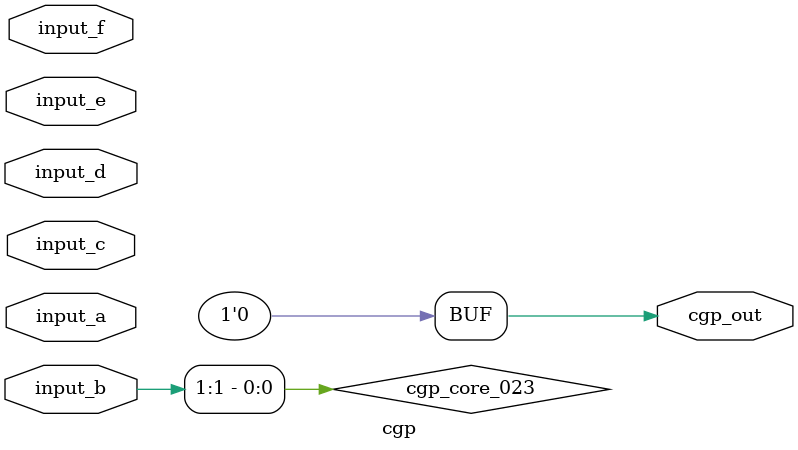
<source format=v>
module cgp(input [2:0] input_a, input [2:0] input_b, input [2:0] input_c, input [2:0] input_d, input [2:0] input_e, input [2:0] input_f, output [0:0] cgp_out);
  wire cgp_core_022;
  wire cgp_core_023;
  wire cgp_core_024;
  wire cgp_core_025;
  wire cgp_core_026;
  wire cgp_core_027;
  wire cgp_core_028;
  wire cgp_core_029;
  wire cgp_core_030;
  wire cgp_core_031;
  wire cgp_core_034;
  wire cgp_core_035;
  wire cgp_core_037;
  wire cgp_core_038;
  wire cgp_core_039;
  wire cgp_core_041;
  wire cgp_core_042;
  wire cgp_core_043;
  wire cgp_core_045;
  wire cgp_core_046;
  wire cgp_core_047_not;
  wire cgp_core_048;
  wire cgp_core_050;
  wire cgp_core_053;
  wire cgp_core_055;
  wire cgp_core_057;
  wire cgp_core_058;
  wire cgp_core_060;
  wire cgp_core_061;
  wire cgp_core_062;
  wire cgp_core_063;
  wire cgp_core_065;
  wire cgp_core_066;
  wire cgp_core_067;
  wire cgp_core_068;
  wire cgp_core_069;
  wire cgp_core_071;
  wire cgp_core_075;
  wire cgp_core_077;
  wire cgp_core_078_not;
  wire cgp_core_080;
  wire cgp_core_083;
  wire cgp_core_086;
  wire cgp_core_088;
  wire cgp_core_089_not;
  wire cgp_core_090;
  wire cgp_core_091;
  wire cgp_core_093;
  wire cgp_core_095;

  assign cgp_core_022 = input_a[1] & input_b[1];
  assign cgp_core_023 = input_b[1] & input_b[1];
  assign cgp_core_024 = ~(input_b[0] | input_c[2]);
  assign cgp_core_025 = input_e[1] | input_b[0];
  assign cgp_core_026 = ~(input_f[1] | input_c[1]);
  assign cgp_core_027 = ~(input_a[1] ^ input_f[0]);
  assign cgp_core_028 = input_f[2] | input_c[1];
  assign cgp_core_029 = ~(cgp_core_027 ^ cgp_core_026);
  assign cgp_core_030 = input_f[1] | cgp_core_026;
  assign cgp_core_031 = ~input_f[0];
  assign cgp_core_034 = input_c[1] | input_d[1];
  assign cgp_core_035 = input_d[2] ^ input_c[2];
  assign cgp_core_037 = ~cgp_core_034;
  assign cgp_core_038 = input_a[1] | input_b[1];
  assign cgp_core_039 = input_b[2] ^ input_d[2];
  assign cgp_core_041 = ~cgp_core_039;
  assign cgp_core_042 = input_c[2] & cgp_core_038;
  assign cgp_core_043 = input_f[1] | input_e[0];
  assign cgp_core_045 = ~(input_a[1] & input_f[0]);
  assign cgp_core_046 = ~(input_d[0] & input_e[0]);
  assign cgp_core_047_not = ~input_f[1];
  assign cgp_core_048 = ~(input_f[1] ^ input_a[1]);
  assign cgp_core_050 = ~(input_e[0] & input_f[0]);
  assign cgp_core_053 = input_d[1] & input_b[0];
  assign cgp_core_055 = ~(input_c[2] & input_e[0]);
  assign cgp_core_057 = input_a[2] & input_f[2];
  assign cgp_core_058 = input_a[1] ^ input_a[1];
  assign cgp_core_060 = input_a[0] & input_e[0];
  assign cgp_core_061 = ~(input_c[0] & input_b[1]);
  assign cgp_core_062 = input_b[0] | input_f[2];
  assign cgp_core_063 = input_d[2] ^ input_c[0];
  assign cgp_core_065 = ~(input_c[1] ^ cgp_core_062);
  assign cgp_core_066 = ~(input_d[1] ^ input_b[1]);
  assign cgp_core_067 = ~(input_f[2] ^ input_f[1]);
  assign cgp_core_068 = input_c[0] ^ cgp_core_055;
  assign cgp_core_069 = input_b[1] | cgp_core_055;
  assign cgp_core_071 = input_c[0] | input_c[1];
  assign cgp_core_075 = ~input_f[0];
  assign cgp_core_077 = input_e[0] & input_e[2];
  assign cgp_core_078_not = ~input_f[2];
  assign cgp_core_080 = input_b[2] ^ cgp_core_065;
  assign cgp_core_083 = input_e[1] | cgp_core_065;
  assign cgp_core_086 = cgp_core_024 ^ input_e[1];
  assign cgp_core_088 = cgp_core_024 ^ input_e[0];
  assign cgp_core_089_not = ~input_a[0];
  assign cgp_core_090 = ~input_a[0];
  assign cgp_core_091 = input_e[1] & cgp_core_090;
  assign cgp_core_093 = ~(input_b[0] | input_a[2]);
  assign cgp_core_095 = ~(input_a[0] | input_f[0]);

  assign cgp_out[0] = 1'b0;
endmodule
</source>
